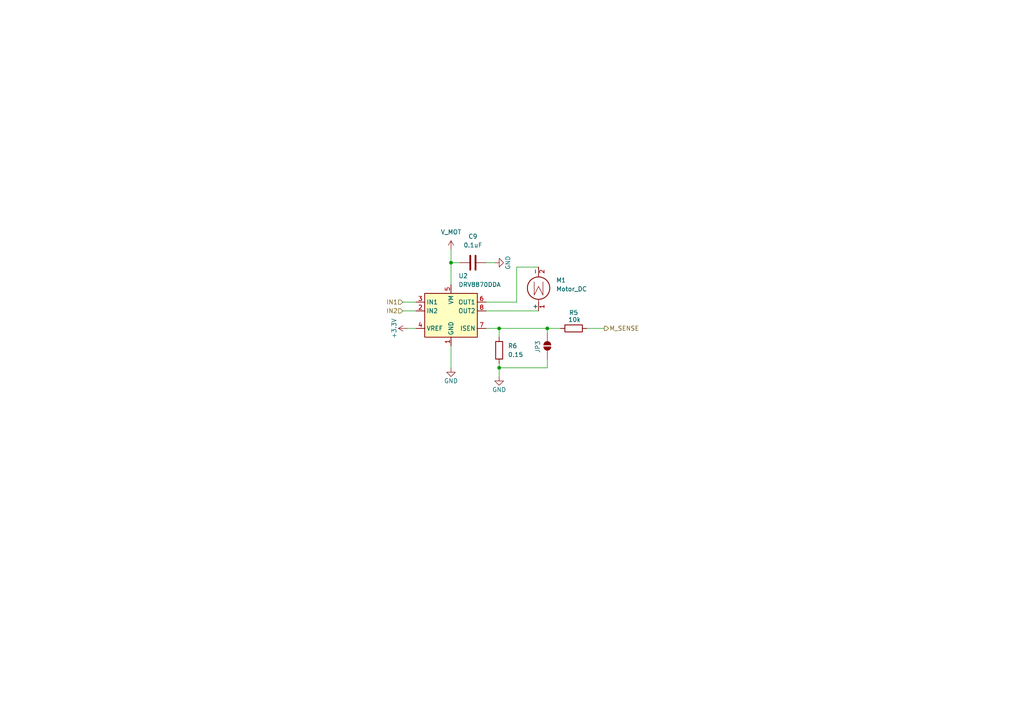
<source format=kicad_sch>
(kicad_sch (version 20250114) (generator "eeschema") (generator_version "9.0")
  (paper "A4")
  (lib_symbols
    (symbol "symbol_library:+3.3V" (power) (pin_names (offset 0))
      (property "Value" "+3.3V" (at 0 3.556 0))
      (symbol "+3.3V_0_1"
        (polyline (pts (xy -0.762 1.27) (xy 0 2.54)))
        (polyline (pts (xy 0 2.54) (xy 0.762 1.27)))
        (polyline (pts (xy 0 0) (xy 0 2.54)))
      )
      (symbol "+3.3V_1_1"
        (pin power_in line (at 0 0 90) (length 0) (hide yes) (name "+3.3V") (number "1"))
      )
    )
    (symbol "symbol_library:C" (pin_numbers (hide yes)) (pin_names (offset 0.254))
      (property "Reference" "C" (at 0.635 2.54 0))
      (property "Value" "C" (at 0.635 -2.54 0))
      (symbol "C_0_1"
        (polyline (pts (xy -2.032 0.762) (xy 2.032 0.762)) (stroke (width 0.508)))
        (polyline (pts (xy -2.032 -0.762) (xy 2.032 -0.762)) (stroke (width 0.508)))
      )
      (symbol "C_1_1"
        (pin passive line (at 0 3.81 270) (length 2.794) (name "~") (number "1"))
        (pin passive line (at 0 -3.81 90) (length 2.794) (name "~") (number "2"))
      )
    )
    (symbol "symbol_library:DRV8870DDA"
      (property "Reference" "U" (at -6.35 6.35 0))
      (property "Value" "DRV8870DDA" (at 8.89 6.35 0))
      (symbol "DRV8870DDA_0_1"
        (rectangle (start -7.62 5.08) (end 7.62 -7.62) (stroke (width 0.254)) (fill (type background)))
      )
      (symbol "DRV8870DDA_1_1"
        (pin input line (at -10.16 2.54 0) (length 2.54) (name "IN1") (number "3"))
        (pin input line (at -10.16 0 0) (length 2.54) (name "IN2") (number "2"))
        (pin input line (at -10.16 -5.08 0) (length 2.54) (name "VREF") (number "4"))
        (pin power_in line (at 0 7.62 270) (length 2.54) (name "VM") (number "5"))
        (pin power_in line (at 0 -10.16 90) (length 2.54) (name "GND") (number "1"))
        (pin passive line (at 0 -10.16 90) (length 2.54) (hide yes) (name "GND") (number "9"))
        (pin output line (at 10.16 2.54 180) (length 2.54) (name "OUT1") (number "6"))
        (pin output line (at 10.16 0 180) (length 2.54) (name "OUT2") (number "8"))
        (pin passive line (at 10.16 -5.08 180) (length 2.54) (name "ISEN") (number "7"))
      )
    )
    (symbol "symbol_library:GND" (power) (pin_names (offset 0))
      (property "Value" "GND" (at 0 -3.81 0))
      (symbol "GND_0_1"
        (polyline (pts (xy 0 0) (xy 0 -1.27) (xy 1.27 -1.27) (xy 0 -2.54) (xy -1.27 -1.27) (xy 0 -1.27)))
      )
      (symbol "GND_1_1"
        (pin power_in line (at 0 0 270) (length 0) (hide yes) (name "GND") (number "1"))
      )
    )
    (symbol "symbol_library:Motor_DC" (pin_names (offset 0))
      (property "Reference" "M" (at 2.54 2.54 0))
      (property "Value" "Motor_DC" (at 2.54 -5.08 0))
      (symbol "Motor_DC_0_0"
        (polyline (pts (xy -1.27 -3.302) (xy -1.27 0.508) (xy 0 -2.032) (xy 1.27 0.508) (xy 1.27 -3.302)))
      )
      (symbol "Motor_DC_0_1"
        (polyline (pts (xy 0 2.032) (xy 0 2.54)))
        (polyline (pts (xy 0 1.7272) (xy 0 2.0828)))
        (circle (center 0 -1.524) (radius 3.2512) (stroke (width 0.254)))
        (polyline (pts (xy 0 -4.7752) (xy 0 -5.1816)))
        (polyline (pts (xy 0 -7.62) (xy 0 -7.112)))
      )
      (symbol "Motor_DC_1_1"
        (pin passive line (at 0 5.08 270) (length 2.54) (name "+") (number "1"))
        (pin passive line (at 0 -7.62 90) (length 2.54) (name "-") (number "2"))
      )
    )
    (symbol "symbol_library:R" (pin_numbers (hide yes)) (pin_names (offset 0))
      (property "Reference" "R" (at 2.032 0 90))
      (property "Value" "R" (at 0 0 90))
      (symbol "R_0_1"
        (rectangle (start -1.016 -2.54) (end 1.016 2.54) (stroke (width 0.254)))
      )
      (symbol "R_1_1"
        (pin passive line (at 0 3.81 270) (length 1.27) (name "~") (number "1"))
        (pin passive line (at 0 -3.81 90) (length 1.27) (name "~") (number "2"))
      )
    )
    (symbol "symbol_library:SolderJumper_2_Open" (pin_numbers (hide yes)) (pin_names (offset 0) (hide yes)) (exclude_from_sim yes) (in_bom no)
      (property "Reference" "JP" (at 0 2.032 0))
      (property "Value" "SolderJumper_2_Open" (at 0 -2.54 0))
      (symbol "SolderJumper_2_Open_0_1"
        (polyline (pts (xy -0.254 1.016) (xy -0.254 -1.016)))
        (arc (start -0.254 -1.016) (mid -1.2656 0) (end -0.254 1.016))
        (arc (start -0.254 -1.016) (mid -1.2656 0) (end -0.254 1.016) (fill (type outline)))
        (arc (start 0.254 1.016) (mid 1.2656 0) (end 0.254 -1.016))
        (arc (start 0.254 1.016) (mid 1.2656 0) (end 0.254 -1.016) (fill (type outline)))
        (polyline (pts (xy 0.254 1.016) (xy 0.254 -1.016)))
      )
      (symbol "SolderJumper_2_Open_1_1"
        (pin passive line (at -3.81 0 0) (length 2.54) (name "A") (number "1"))
        (pin passive line (at 3.81 0 180) (length 2.54) (name "B") (number "2"))
      )
    )
    (symbol "symbol_library:VDD" (power) (pin_names (offset 0))
      (property "Value" "VDD" (at 0 3.81 0))
      (symbol "VDD_0_1"
        (polyline (pts (xy -0.762 1.27) (xy 0 2.54)))
        (polyline (pts (xy 0 2.54) (xy 0.762 1.27)))
        (polyline (pts (xy 0 0) (xy 0 2.54)))
      )
      (symbol "VDD_1_1"
        (pin power_in line (at 0 0 90) (length 0) (hide yes) (name "VDD") (number "1"))
      )
    )
  )
  (junction (at 144.78 95.25))
  (junction (at 158.75 95.25))
  (junction (at 144.78 106.68))
  (junction (at 130.81 76.2))
  (wire (pts (xy 130.81 76.2) (xy 130.81 82.55)))
  (wire (pts (xy 144.78 95.25) (xy 140.97 95.25)))
  (wire (pts (xy 149.86 87.63) (xy 140.97 87.63)))
  (wire (pts (xy 120.65 95.25) (xy 118.11 95.25)))
  (wire (pts (xy 158.75 95.25) (xy 158.75 96.52)))
  (wire (pts (xy 130.81 72.39) (xy 130.81 76.2)))
  (wire (pts (xy 140.97 90.17) (xy 156.21 90.17)))
  (wire (pts (xy 116.84 90.17) (xy 120.65 90.17)))
  (wire (pts (xy 144.78 97.79) (xy 144.78 95.25)))
  (wire (pts (xy 144.78 106.68) (xy 158.75 106.68)))
  (wire (pts (xy 144.78 95.25) (xy 158.75 95.25)))
  (wire (pts (xy 149.86 77.47) (xy 156.21 77.47)))
  (wire (pts (xy 140.97 76.2) (xy 143.51 76.2)))
  (wire (pts (xy 144.78 106.68) (xy 144.78 109.22)))
  (wire (pts (xy 158.75 95.25) (xy 162.56 95.25)))
  (wire (pts (xy 149.86 77.47) (xy 149.86 87.63)))
  (wire (pts (xy 158.75 106.68) (xy 158.75 104.14)))
  (wire (pts (xy 175.26 95.25) (xy 170.18 95.25)))
  (wire (pts (xy 144.78 105.41) (xy 144.78 106.68)))
  (wire (pts (xy 130.81 100.33) (xy 130.81 106.68)))
  (wire (pts (xy 116.84 87.63) (xy 120.65 87.63)))
  (wire (pts (xy 133.35 76.2) (xy 130.81 76.2)))
  (hierarchical_label "IN1" (shape input) (at 116.84 87.63 180))
  (hierarchical_label "M_SENSE" (shape output) (at 175.26 95.25 0))
  (hierarchical_label "IN2" (shape input) (at 116.84 90.17 180))
  (symbol (lib_id "symbol_library:GND") (at 144.78 109.22 0) (unit 1)
    (property "Reference" "#PWR039" (effects (hide yes)))
    (property "Value" "GND" (at 144.78 113.03 0))
    (instances (project "sumoV5" (path "" (reference "#PWR039") (unit 1)) (path "" (reference "#PWR052") (unit 1))))
  )
  (symbol (lib_id "symbol_library:C") (at 137.16 76.2 90) (unit 1)
    (property "Reference" "C9" (at 137.16 68.58 90))
    (property "Value" "0.1uF" (at 137.16 71.12 90))
    (property "Footprint" "Capacitor_SMD:C_0603_1608Metric_Pad1.08x0.95mm_HandSolder" (effects (hide yes)))
    (property "Description" "Unpolarized capacitor" (effects (hide yes)))
    (instances (project "sumoV5" (path "" (reference "C9") (unit 1)) (path "" (reference "C11") (unit 1))))
  )
  (symbol (lib_id "symbol_library:Motor_DC") (at 156.21 85.09 180) (unit 1)
    (property "Reference" "M1" (at 161.29 81.2799 0) (effects (justify right)))
    (property "Value" "Motor_DC" (at 161.29 83.8199 0) (effects (justify right)))
    (property "Footprint" "TerminalBlock_Phoenix:TerminalBlock_Phoenix_PT-1,5-2-5.0-H_1x02_P5.00mm_Horizontal" (effects (hide yes)))
    (instances (project "sumoV5" (path "" (reference "M1") (unit 1)) (path "" (reference "M2") (unit 1))))
  )
  (symbol (lib_id "symbol_library:VDD") (at 130.81 72.39 0) (unit 1)
    (property "Reference" "#PWR035" (effects (hide yes)))
    (property "Value" "V_MOT" (at 130.81 67.31 0))
    (instances (project "sumoV5" (path "" (reference "#PWR035") (unit 1)) (path "" (reference "#PWR048") (unit 1))))
  )
  (symbol (lib_id "symbol_library:R") (at 144.78 101.6 0) (unit 1)
    (property "Reference" "R6" (at 147.32 100.3299 0) (effects (justify left)))
    (property "Value" "0.15" (at 147.32 102.8699 0) (effects (justify left)))
    (property "Footprint" "Resistor_SMD:R_2512_6332Metric_Pad1.40x3.35mm_HandSolder" (effects (hide yes)))
    (property "Description" "Resistor" (effects (hide yes)))
    (instances (project "sumoV5" (path "" (reference "R6") (unit 1)) (path "" (reference "R20") (unit 1))))
  )
  (symbol (lib_id "symbol_library:+3.3V") (at 118.11 95.25 90) (unit 1)
    (property "Reference" "#PWR037" (effects (hide yes)))
    (property "Value" "+3.3V" (at 114.3 95.25 0))
    (instances (project "sumoV5" (path "" (reference "#PWR037") (unit 1)) (path "" (reference "#PWR050") (unit 1))))
  )
  (symbol (lib_id "symbol_library:GND") (at 130.81 106.68 0) (unit 1)
    (property "Reference" "#PWR038" (effects (hide yes)))
    (property "Value" "GND" (at 130.81 110.49 0))
    (instances (project "sumoV5" (path "" (reference "#PWR038") (unit 1)) (path "" (reference "#PWR051") (unit 1))))
  )
  (symbol (lib_id "symbol_library:R") (at 166.37 95.25 90) (unit 1)
    (property "Reference" "R5" (at 166.37 90.678 90))
    (property "Value" "10k" (at 166.624 92.71 90))
    (property "Footprint" "Resistor_SMD:R_0603_1608Metric_Pad0.98x0.95mm_HandSolder" (effects (hide yes)))
    (property "Description" "Resistor" (effects (hide yes)))
    (instances (project "sumoV5" (path "" (reference "R5") (unit 1)) (path "" (reference "R19") (unit 1))))
  )
  (symbol (lib_id "symbol_library:DRV8870DDA") (at 130.81 90.17 0) (unit 1)
    (property "Reference" "U2" (at 132.9533 80.01 0) (effects (justify left)))
    (property "Value" "DRV8870DDA" (at 132.9533 82.55 0) (effects (justify left)))
    (property "Footprint" "Package_SO:Texas_HTSOP-8-1EP_3.9x4.9mm_P1.27mm_EP2.95x4.9mm_Mask2.4x3.1mm_ThermalVias" (effects (hide yes)))
    (property "Datasheet" "http://www.ti.com/lit/ds/symlink/drv8870.pdf" (effects (hide yes)))
    (property "Description" "Brushed DC Motor Driver, PWM Control, 45V, 3.6A, Dynamic current limiting, HTSOP-8" (effects (hide yes)))
    (instances (project "sumoV5" (path "" (reference "U2") (unit 1)) (path "" (reference "U4") (unit 1))))
  )
  (symbol (lib_id "symbol_library:SolderJumper_2_Open") (at 158.75 100.33 90) (unit 1)
    (property "Reference" "JP3" (at 155.956 100.584 0))
    (property "Value" "SolderJumper_2_Open" (effects (hide yes)))
    (property "Footprint" "Jumper:SolderJumper-2_P1.3mm_Open_RoundedPad1.0x1.5mm" (effects (hide yes)))
    (property "Description" "Solder Jumper, 2-pole, open" (effects (hide yes)))
    (instances (project "sumoV5" (path "" (reference "JP3") (unit 1)) (path "" (reference "JP4") (unit 1))))
  )
  (symbol (lib_id "symbol_library:GND") (at 143.51 76.2 90) (unit 1)
    (property "Reference" "#PWR036" (effects (hide yes)))
    (property "Value" "GND" (at 147.32 76.2 0))
    (instances (project "sumoV5" (path "" (reference "#PWR036") (unit 1)) (path "" (reference "#PWR049") (unit 1))))
  )
)
</source>
